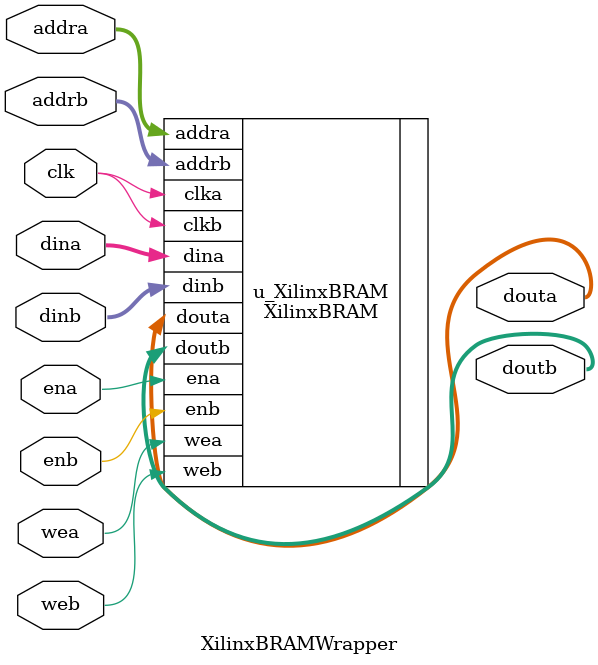
<source format=v>
module XilinxBRAMWrapper(
    input wire clk,
    input wire ena,
    input wire wea,
    input wire [9:0] addra,
    input wire [7:0] dina,
    output wire [7:0] douta,
    input wire enb,
    input wire web,
    input wire [9:0] addrb,
    input wire [7:0] dinb,
    output wire [7:0] doutb
);

  XilinxBRAM u_XilinxBRAM (
    .clka(clk),    // input wire clka
    .ena(ena),      // input wire ena
    .wea(wea),      // input wire [0 : 0] wea
    .addra(addra),  // input wire [9 : 0] addra
    .dina(dina),    // input wire [7: 0] dina
    .douta(douta),  // output wire [7: 0] douta
    .clkb(clk),    // input wire clkb
    .enb(enb),      // input wire enb
    .web(web),      // input wire [0 : 0] web
    .addrb(addrb),  // input wire [9 : 0] addrb
    .dinb(dinb),    // input wire [7: 0] dinb
    .doutb(doutb)  // output wire [7: 0] doutb
  );

endmodule

</source>
